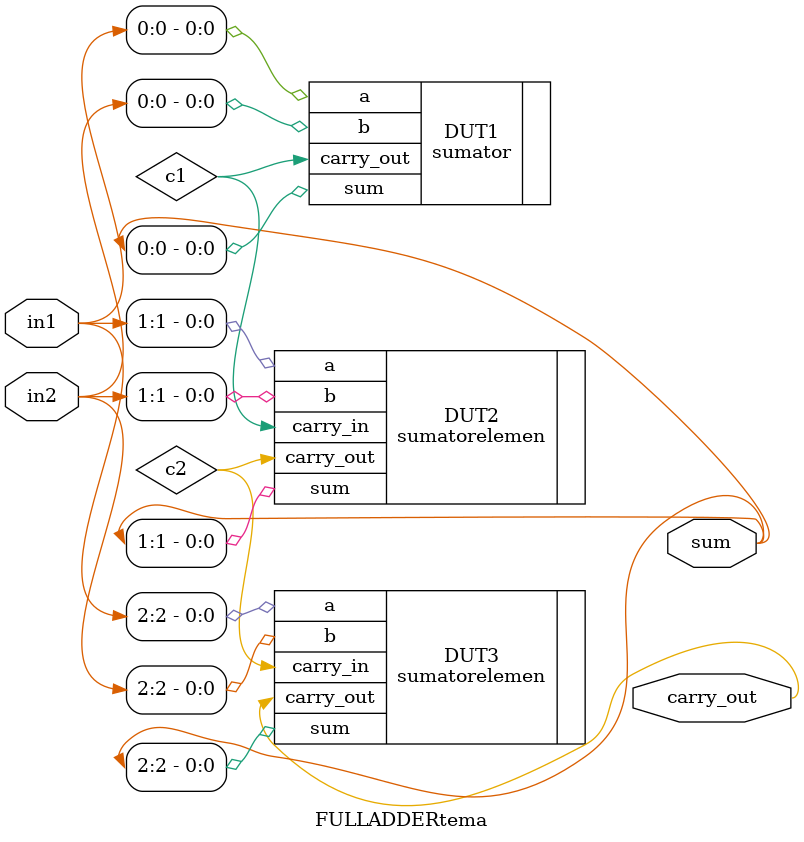
<source format=v>
module FULLADDERtema(input[2:0] in1, input[2:0] in2, output[2:0] sum, output carry_out);
	wire c1;
	wire c2;
	
	sumator DUT1(.a(in1[0]), .b(in2[0]), .carry_out(c1), .sum(sum[0]));
	sumatorelemen DUT2(.a(in1[1]), .b(in2[1]), .carry_in(c1), .carry_out(c2), .sum(sum[1]));
	sumatorelemen DUT3(.a(in1[2]), .b(in2[2]), .carry_in(c2), .carry_out(carry_out), .sum(sum[2]));
endmodule
</source>
